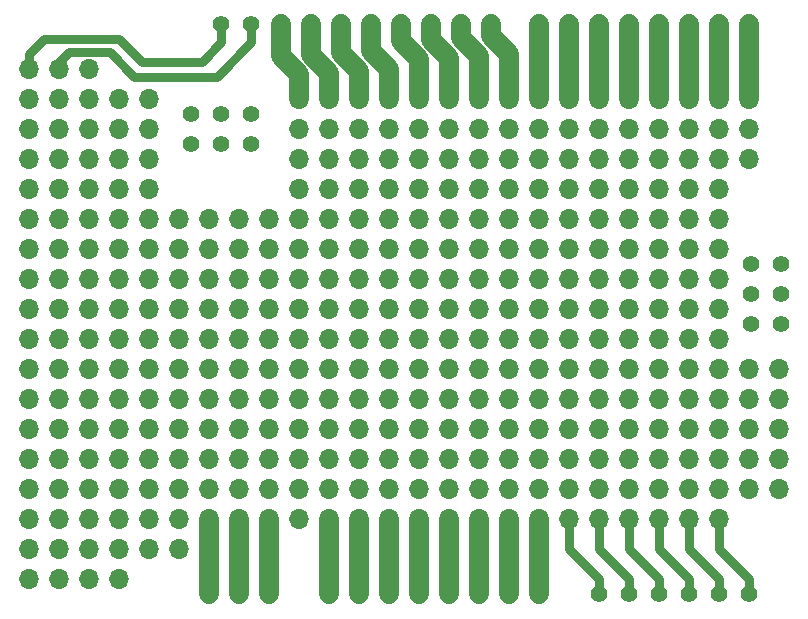
<source format=gbr>
%TF.GenerationSoftware,KiCad,Pcbnew,(6.0.10)*%
%TF.CreationDate,2023-07-13T12:22:52-04:00*%
%TF.ProjectId,ArduinoUnoR4Shield,41726475-696e-46f5-956e-6f5234536869,1.0*%
%TF.SameCoordinates,Original*%
%TF.FileFunction,Copper,L1,Top*%
%TF.FilePolarity,Positive*%
%FSLAX46Y46*%
G04 Gerber Fmt 4.6, Leading zero omitted, Abs format (unit mm)*
G04 Created by KiCad (PCBNEW (6.0.10)) date 2023-07-13 12:22:52*
%MOMM*%
%LPD*%
G01*
G04 APERTURE LIST*
%TA.AperFunction,ComponentPad*%
%ADD10O,1.700000X1.700000*%
%TD*%
%TA.AperFunction,ComponentPad*%
%ADD11C,1.422000*%
%TD*%
%TA.AperFunction,Conductor*%
%ADD12C,0.750000*%
%TD*%
%TA.AperFunction,Conductor*%
%ADD13C,1.700000*%
%TD*%
%TA.AperFunction,Conductor*%
%ADD14C,1.000000*%
%TD*%
G04 APERTURE END LIST*
D10*
%TO.P,REF\u002A\u002A,1*%
%TO.N,N/C*%
X109220000Y-90170000D03*
%TO.P,REF\u002A\u002A,2*%
X111760000Y-90170000D03*
%TO.P,REF\u002A\u002A,3*%
X114300000Y-90170000D03*
%TO.P,REF\u002A\u002A,4*%
X116840000Y-90170000D03*
%TO.P,REF\u002A\u002A,5*%
X119380000Y-90170000D03*
%TO.P,REF\u002A\u002A,6*%
X121920000Y-90170000D03*
%TO.P,REF\u002A\u002A,7*%
X124460000Y-90170000D03*
%TO.P,REF\u002A\u002A,8*%
X127000000Y-90170000D03*
%TO.P,REF\u002A\u002A,9*%
X129540000Y-90170000D03*
%TO.P,REF\u002A\u002A,10*%
X132080000Y-90170000D03*
%TO.P,REF\u002A\u002A,11*%
X134620000Y-90170000D03*
%TO.P,REF\u002A\u002A,12*%
X137160000Y-90170000D03*
%TO.P,REF\u002A\u002A,13*%
X139700000Y-90170000D03*
%TO.P,REF\u002A\u002A,14*%
X142240000Y-90170000D03*
%TO.P,REF\u002A\u002A,15*%
X144780000Y-90170000D03*
%TO.P,REF\u002A\u002A,16*%
X147320000Y-90170000D03*
%TO.P,REF\u002A\u002A,17*%
X149860000Y-90170000D03*
%TO.P,REF\u002A\u002A,18*%
X152400000Y-90170000D03*
%TO.P,REF\u002A\u002A,19*%
X154940000Y-90170000D03*
%TO.P,REF\u002A\u002A,20*%
X157480000Y-90170000D03*
%TO.P,REF\u002A\u002A,21*%
X160020000Y-90170000D03*
%TO.P,REF\u002A\u002A,22*%
X162560000Y-90170000D03*
%TO.P,REF\u002A\u002A,23*%
X165100000Y-90170000D03*
%TO.P,REF\u002A\u002A,24*%
X167640000Y-90170000D03*
%TD*%
%TO.P,REF\u002A\u002A,1*%
%TO.N,N/C*%
X109220000Y-97790000D03*
%TO.P,REF\u002A\u002A,2*%
X111760000Y-97790000D03*
%TO.P,REF\u002A\u002A,3*%
X114300000Y-97790000D03*
%TO.P,REF\u002A\u002A,4*%
X116840000Y-97790000D03*
%TO.P,REF\u002A\u002A,5*%
X119380000Y-97790000D03*
%TO.P,REF\u002A\u002A,6*%
X121920000Y-97790000D03*
%TO.P,REF\u002A\u002A,7*%
X124460000Y-97790000D03*
%TO.P,REF\u002A\u002A,8*%
X127000000Y-97790000D03*
%TO.P,REF\u002A\u002A,9*%
X129540000Y-97790000D03*
%TO.P,REF\u002A\u002A,10*%
X132080000Y-97790000D03*
%TO.P,REF\u002A\u002A,11*%
X134620000Y-97790000D03*
%TO.P,REF\u002A\u002A,12*%
X137160000Y-97790000D03*
%TO.P,REF\u002A\u002A,13*%
X139700000Y-97790000D03*
%TO.P,REF\u002A\u002A,14*%
X142240000Y-97790000D03*
%TO.P,REF\u002A\u002A,15*%
X144780000Y-97790000D03*
%TO.P,REF\u002A\u002A,16*%
X147320000Y-97790000D03*
%TO.P,REF\u002A\u002A,17*%
X149860000Y-97790000D03*
%TO.P,REF\u002A\u002A,18*%
X152400000Y-97790000D03*
%TO.P,REF\u002A\u002A,19*%
X154940000Y-97790000D03*
%TO.P,REF\u002A\u002A,20*%
X157480000Y-97790000D03*
%TO.P,REF\u002A\u002A,21*%
X160020000Y-97790000D03*
%TO.P,REF\u002A\u002A,22*%
X162560000Y-97790000D03*
%TO.P,REF\u002A\u002A,23*%
X165100000Y-97790000D03*
%TO.P,REF\u002A\u002A,24*%
X167640000Y-97790000D03*
%TO.P,REF\u002A\u002A,25*%
X170180000Y-97790000D03*
%TO.P,REF\u002A\u002A,26*%
X172720000Y-97790000D03*
%TD*%
D11*
%TO.P,U1,1,OFF*%
%TO.N,unconnected-(U1-Pad1)*%
X124474990Y-116840010D03*
%TO.P,U1,2,GND*%
%TO.N,unconnected-(U1-Pad2)*%
X127014990Y-116840010D03*
%TO.P,U1,3,VRTC*%
%TO.N,unconnected-(U1-Pad3)*%
X129554990Y-116840010D03*
%TD*%
D10*
%TO.P,REF\u002A\u002A,1*%
%TO.N,N/C*%
X109220000Y-77470000D03*
%TO.P,REF\u002A\u002A,2*%
X111760000Y-77470000D03*
%TO.P,REF\u002A\u002A,3*%
X114300000Y-77470000D03*
%TO.P,REF\u002A\u002A,4*%
X116840000Y-77470000D03*
%TO.P,REF\u002A\u002A,5*%
X119380000Y-77470000D03*
%TO.P,REF\u002A\u002A,10*%
X132080000Y-77470000D03*
%TO.P,REF\u002A\u002A,11*%
X134620000Y-77470000D03*
%TO.P,REF\u002A\u002A,12*%
X137160000Y-77470000D03*
%TO.P,REF\u002A\u002A,13*%
X139700000Y-77470000D03*
%TO.P,REF\u002A\u002A,14*%
X142240000Y-77470000D03*
%TO.P,REF\u002A\u002A,15*%
X144780000Y-77470000D03*
%TO.P,REF\u002A\u002A,16*%
X147320000Y-77470000D03*
%TO.P,REF\u002A\u002A,17*%
X149860000Y-77470000D03*
%TO.P,REF\u002A\u002A,18*%
X152400000Y-77470000D03*
%TO.P,REF\u002A\u002A,19*%
X154940000Y-77470000D03*
%TO.P,REF\u002A\u002A,20*%
X157480000Y-77470000D03*
%TO.P,REF\u002A\u002A,21*%
X160020000Y-77470000D03*
%TO.P,REF\u002A\u002A,22*%
X162560000Y-77470000D03*
%TO.P,REF\u002A\u002A,23*%
X165100000Y-77470000D03*
%TO.P,REF\u002A\u002A,24*%
X167640000Y-77470000D03*
%TO.P,REF\u002A\u002A,25*%
X170180000Y-77470000D03*
%TD*%
%TO.P,REF\u002A\u002A,1*%
%TO.N,N/C*%
X109220000Y-85090000D03*
%TO.P,REF\u002A\u002A,2*%
X111760000Y-85090000D03*
%TO.P,REF\u002A\u002A,3*%
X114300000Y-85090000D03*
%TO.P,REF\u002A\u002A,4*%
X116840000Y-85090000D03*
%TO.P,REF\u002A\u002A,5*%
X119380000Y-85090000D03*
%TO.P,REF\u002A\u002A,6*%
X121920000Y-85090000D03*
%TO.P,REF\u002A\u002A,7*%
X124460000Y-85090000D03*
%TO.P,REF\u002A\u002A,8*%
X127000000Y-85090000D03*
%TO.P,REF\u002A\u002A,9*%
X129540000Y-85090000D03*
%TO.P,REF\u002A\u002A,10*%
X132080000Y-85090000D03*
%TO.P,REF\u002A\u002A,11*%
X134620000Y-85090000D03*
%TO.P,REF\u002A\u002A,12*%
X137160000Y-85090000D03*
%TO.P,REF\u002A\u002A,13*%
X139700000Y-85090000D03*
%TO.P,REF\u002A\u002A,14*%
X142240000Y-85090000D03*
%TO.P,REF\u002A\u002A,15*%
X144780000Y-85090000D03*
%TO.P,REF\u002A\u002A,16*%
X147320000Y-85090000D03*
%TO.P,REF\u002A\u002A,17*%
X149860000Y-85090000D03*
%TO.P,REF\u002A\u002A,18*%
X152400000Y-85090000D03*
%TO.P,REF\u002A\u002A,19*%
X154940000Y-85090000D03*
%TO.P,REF\u002A\u002A,20*%
X157480000Y-85090000D03*
%TO.P,REF\u002A\u002A,21*%
X160020000Y-85090000D03*
%TO.P,REF\u002A\u002A,22*%
X162560000Y-85090000D03*
%TO.P,REF\u002A\u002A,23*%
X165100000Y-85090000D03*
%TO.P,REF\u002A\u002A,24*%
X167640000Y-85090000D03*
%TD*%
D11*
%TO.P,U5,1,CIPO*%
%TO.N,unconnected-(U5-Pad1)*%
X170301990Y-88915010D03*
%TO.P,U5,2,+5V*%
%TO.N,unconnected-(U5-Pad2)*%
X172841990Y-88915010D03*
%TO.P,U5,3,SCK*%
%TO.N,unconnected-(U5-Pad3)*%
X170301990Y-91455010D03*
%TO.P,U5,4,COPI*%
%TO.N,unconnected-(U5-Pad4)*%
X172841990Y-91455010D03*
%TO.P,U5,5,RESET*%
%TO.N,unconnected-(U5-Pad5)*%
X170301990Y-93995010D03*
%TO.P,U5,6,GND*%
%TO.N,unconnected-(U5-Pad6)*%
X172841990Y-93995010D03*
%TD*%
D10*
%TO.P,REF\u002A\u002A,1*%
%TO.N,N/C*%
X109220000Y-102870000D03*
%TO.P,REF\u002A\u002A,2*%
X111760000Y-102870000D03*
%TO.P,REF\u002A\u002A,3*%
X114300000Y-102870000D03*
%TO.P,REF\u002A\u002A,4*%
X116840000Y-102870000D03*
%TO.P,REF\u002A\u002A,5*%
X119380000Y-102870000D03*
%TO.P,REF\u002A\u002A,6*%
X121920000Y-102870000D03*
%TO.P,REF\u002A\u002A,7*%
X124460000Y-102870000D03*
%TO.P,REF\u002A\u002A,8*%
X127000000Y-102870000D03*
%TO.P,REF\u002A\u002A,9*%
X129540000Y-102870000D03*
%TO.P,REF\u002A\u002A,10*%
X132080000Y-102870000D03*
%TO.P,REF\u002A\u002A,11*%
X134620000Y-102870000D03*
%TO.P,REF\u002A\u002A,12*%
X137160000Y-102870000D03*
%TO.P,REF\u002A\u002A,13*%
X139700000Y-102870000D03*
%TO.P,REF\u002A\u002A,14*%
X142240000Y-102870000D03*
%TO.P,REF\u002A\u002A,15*%
X144780000Y-102870000D03*
%TO.P,REF\u002A\u002A,16*%
X147320000Y-102870000D03*
%TO.P,REF\u002A\u002A,17*%
X149860000Y-102870000D03*
%TO.P,REF\u002A\u002A,18*%
X152400000Y-102870000D03*
%TO.P,REF\u002A\u002A,19*%
X154940000Y-102870000D03*
%TO.P,REF\u002A\u002A,20*%
X157480000Y-102870000D03*
%TO.P,REF\u002A\u002A,21*%
X160020000Y-102870000D03*
%TO.P,REF\u002A\u002A,22*%
X162560000Y-102870000D03*
%TO.P,REF\u002A\u002A,23*%
X165100000Y-102870000D03*
%TO.P,REF\u002A\u002A,24*%
X167640000Y-102870000D03*
%TO.P,REF\u002A\u002A,25*%
X170180000Y-102870000D03*
%TO.P,REF\u002A\u002A,26*%
X172720000Y-102870000D03*
%TD*%
%TO.P,REF\u002A\u002A,1*%
%TO.N,N/C*%
X109220000Y-113030000D03*
%TO.P,REF\u002A\u002A,2*%
X111760000Y-113030000D03*
%TO.P,REF\u002A\u002A,3*%
X114300000Y-113030000D03*
%TO.P,REF\u002A\u002A,4*%
X116840000Y-113030000D03*
%TO.P,REF\u002A\u002A,5*%
X119380000Y-113030000D03*
%TO.P,REF\u002A\u002A,6*%
X121920000Y-113030000D03*
%TD*%
%TO.P,REF\u002A\u002A,1*%
%TO.N,N/C*%
X109220000Y-115570000D03*
%TO.P,REF\u002A\u002A,2*%
X111760000Y-115570000D03*
%TO.P,REF\u002A\u002A,3*%
X114300000Y-115570000D03*
%TO.P,REF\u002A\u002A,4*%
X116840000Y-115570000D03*
%TD*%
%TO.P,REF\u002A\u002A,1*%
%TO.N,N/C*%
X109220000Y-100330000D03*
%TO.P,REF\u002A\u002A,2*%
X111760000Y-100330000D03*
%TO.P,REF\u002A\u002A,3*%
X114300000Y-100330000D03*
%TO.P,REF\u002A\u002A,4*%
X116840000Y-100330000D03*
%TO.P,REF\u002A\u002A,5*%
X119380000Y-100330000D03*
%TO.P,REF\u002A\u002A,6*%
X121920000Y-100330000D03*
%TO.P,REF\u002A\u002A,7*%
X124460000Y-100330000D03*
%TO.P,REF\u002A\u002A,8*%
X127000000Y-100330000D03*
%TO.P,REF\u002A\u002A,9*%
X129540000Y-100330000D03*
%TO.P,REF\u002A\u002A,10*%
X132080000Y-100330000D03*
%TO.P,REF\u002A\u002A,11*%
X134620000Y-100330000D03*
%TO.P,REF\u002A\u002A,12*%
X137160000Y-100330000D03*
%TO.P,REF\u002A\u002A,13*%
X139700000Y-100330000D03*
%TO.P,REF\u002A\u002A,14*%
X142240000Y-100330000D03*
%TO.P,REF\u002A\u002A,15*%
X144780000Y-100330000D03*
%TO.P,REF\u002A\u002A,16*%
X147320000Y-100330000D03*
%TO.P,REF\u002A\u002A,17*%
X149860000Y-100330000D03*
%TO.P,REF\u002A\u002A,18*%
X152400000Y-100330000D03*
%TO.P,REF\u002A\u002A,19*%
X154940000Y-100330000D03*
%TO.P,REF\u002A\u002A,20*%
X157480000Y-100330000D03*
%TO.P,REF\u002A\u002A,21*%
X160020000Y-100330000D03*
%TO.P,REF\u002A\u002A,22*%
X162560000Y-100330000D03*
%TO.P,REF\u002A\u002A,23*%
X165100000Y-100330000D03*
%TO.P,REF\u002A\u002A,24*%
X167640000Y-100330000D03*
%TO.P,REF\u002A\u002A,25*%
X170180000Y-100330000D03*
%TO.P,REF\u002A\u002A,26*%
X172720000Y-100330000D03*
%TD*%
%TO.P,REF\u002A\u002A,1*%
%TO.N,N/C*%
X109220000Y-105410000D03*
%TO.P,REF\u002A\u002A,2*%
X111760000Y-105410000D03*
%TO.P,REF\u002A\u002A,3*%
X114300000Y-105410000D03*
%TO.P,REF\u002A\u002A,4*%
X116840000Y-105410000D03*
%TO.P,REF\u002A\u002A,5*%
X119380000Y-105410000D03*
%TO.P,REF\u002A\u002A,6*%
X121920000Y-105410000D03*
%TO.P,REF\u002A\u002A,7*%
X124460000Y-105410000D03*
%TO.P,REF\u002A\u002A,8*%
X127000000Y-105410000D03*
%TO.P,REF\u002A\u002A,9*%
X129540000Y-105410000D03*
%TO.P,REF\u002A\u002A,10*%
X132080000Y-105410000D03*
%TO.P,REF\u002A\u002A,11*%
X134620000Y-105410000D03*
%TO.P,REF\u002A\u002A,12*%
X137160000Y-105410000D03*
%TO.P,REF\u002A\u002A,13*%
X139700000Y-105410000D03*
%TO.P,REF\u002A\u002A,14*%
X142240000Y-105410000D03*
%TO.P,REF\u002A\u002A,15*%
X144780000Y-105410000D03*
%TO.P,REF\u002A\u002A,16*%
X147320000Y-105410000D03*
%TO.P,REF\u002A\u002A,17*%
X149860000Y-105410000D03*
%TO.P,REF\u002A\u002A,18*%
X152400000Y-105410000D03*
%TO.P,REF\u002A\u002A,19*%
X154940000Y-105410000D03*
%TO.P,REF\u002A\u002A,20*%
X157480000Y-105410000D03*
%TO.P,REF\u002A\u002A,21*%
X160020000Y-105410000D03*
%TO.P,REF\u002A\u002A,22*%
X162560000Y-105410000D03*
%TO.P,REF\u002A\u002A,23*%
X165100000Y-105410000D03*
%TO.P,REF\u002A\u002A,24*%
X167640000Y-105410000D03*
%TO.P,REF\u002A\u002A,25*%
X170180000Y-105410000D03*
%TO.P,REF\u002A\u002A,26*%
X172720000Y-105410000D03*
%TD*%
%TO.P,REF\u002A\u002A,1*%
%TO.N,N/C*%
X109220000Y-87630000D03*
%TO.P,REF\u002A\u002A,2*%
X111760000Y-87630000D03*
%TO.P,REF\u002A\u002A,3*%
X114300000Y-87630000D03*
%TO.P,REF\u002A\u002A,4*%
X116840000Y-87630000D03*
%TO.P,REF\u002A\u002A,5*%
X119380000Y-87630000D03*
%TO.P,REF\u002A\u002A,6*%
X121920000Y-87630000D03*
%TO.P,REF\u002A\u002A,7*%
X124460000Y-87630000D03*
%TO.P,REF\u002A\u002A,8*%
X127000000Y-87630000D03*
%TO.P,REF\u002A\u002A,9*%
X129540000Y-87630000D03*
%TO.P,REF\u002A\u002A,10*%
X132080000Y-87630000D03*
%TO.P,REF\u002A\u002A,11*%
X134620000Y-87630000D03*
%TO.P,REF\u002A\u002A,12*%
X137160000Y-87630000D03*
%TO.P,REF\u002A\u002A,13*%
X139700000Y-87630000D03*
%TO.P,REF\u002A\u002A,14*%
X142240000Y-87630000D03*
%TO.P,REF\u002A\u002A,15*%
X144780000Y-87630000D03*
%TO.P,REF\u002A\u002A,16*%
X147320000Y-87630000D03*
%TO.P,REF\u002A\u002A,17*%
X149860000Y-87630000D03*
%TO.P,REF\u002A\u002A,18*%
X152400000Y-87630000D03*
%TO.P,REF\u002A\u002A,19*%
X154940000Y-87630000D03*
%TO.P,REF\u002A\u002A,20*%
X157480000Y-87630000D03*
%TO.P,REF\u002A\u002A,21*%
X160020000Y-87630000D03*
%TO.P,REF\u002A\u002A,22*%
X162560000Y-87630000D03*
%TO.P,REF\u002A\u002A,23*%
X165100000Y-87630000D03*
%TO.P,REF\u002A\u002A,24*%
X167640000Y-87630000D03*
%TD*%
%TO.P,REF\u002A\u002A,1*%
%TO.N,N/C*%
X109220000Y-92710000D03*
%TO.P,REF\u002A\u002A,2*%
X111760000Y-92710000D03*
%TO.P,REF\u002A\u002A,3*%
X114300000Y-92710000D03*
%TO.P,REF\u002A\u002A,4*%
X116840000Y-92710000D03*
%TO.P,REF\u002A\u002A,5*%
X119380000Y-92710000D03*
%TO.P,REF\u002A\u002A,6*%
X121920000Y-92710000D03*
%TO.P,REF\u002A\u002A,7*%
X124460000Y-92710000D03*
%TO.P,REF\u002A\u002A,8*%
X127000000Y-92710000D03*
%TO.P,REF\u002A\u002A,9*%
X129540000Y-92710000D03*
%TO.P,REF\u002A\u002A,10*%
X132080000Y-92710000D03*
%TO.P,REF\u002A\u002A,11*%
X134620000Y-92710000D03*
%TO.P,REF\u002A\u002A,12*%
X137160000Y-92710000D03*
%TO.P,REF\u002A\u002A,13*%
X139700000Y-92710000D03*
%TO.P,REF\u002A\u002A,14*%
X142240000Y-92710000D03*
%TO.P,REF\u002A\u002A,15*%
X144780000Y-92710000D03*
%TO.P,REF\u002A\u002A,16*%
X147320000Y-92710000D03*
%TO.P,REF\u002A\u002A,17*%
X149860000Y-92710000D03*
%TO.P,REF\u002A\u002A,18*%
X152400000Y-92710000D03*
%TO.P,REF\u002A\u002A,19*%
X154940000Y-92710000D03*
%TO.P,REF\u002A\u002A,20*%
X157480000Y-92710000D03*
%TO.P,REF\u002A\u002A,21*%
X160020000Y-92710000D03*
%TO.P,REF\u002A\u002A,22*%
X162560000Y-92710000D03*
%TO.P,REF\u002A\u002A,23*%
X165100000Y-92710000D03*
%TO.P,REF\u002A\u002A,24*%
X167640000Y-92710000D03*
%TD*%
%TO.P,REF\u002A\u002A,1*%
%TO.N,unconnected-(U6-Pad1)*%
X109220000Y-72390000D03*
%TO.P,REF\u002A\u002A,2*%
%TO.N,unconnected-(U6-Pad2)*%
X111760000Y-72390000D03*
%TO.P,REF\u002A\u002A,3*%
%TO.N,N/C*%
X114300000Y-72390000D03*
%TD*%
%TO.P,REF\u002A\u002A,1*%
%TO.N,N/C*%
X109220000Y-110490000D03*
%TO.P,REF\u002A\u002A,2*%
X111760000Y-110490000D03*
%TO.P,REF\u002A\u002A,3*%
X114300000Y-110490000D03*
%TO.P,REF\u002A\u002A,4*%
X116840000Y-110490000D03*
%TO.P,REF\u002A\u002A,5*%
X119380000Y-110490000D03*
%TO.P,REF\u002A\u002A,6*%
X121920000Y-110490000D03*
%TO.P,REF\u002A\u002A,7*%
%TO.N,unconnected-(U1-Pad1)*%
X124460000Y-110490000D03*
%TO.P,REF\u002A\u002A,8*%
%TO.N,unconnected-(U1-Pad2)*%
X127000000Y-110490000D03*
%TO.P,REF\u002A\u002A,9*%
%TO.N,unconnected-(U1-Pad3)*%
X129540000Y-110490000D03*
%TO.P,REF\u002A\u002A,10*%
%TO.N,N/C*%
X132080000Y-110490000D03*
%TO.P,REF\u002A\u002A,11*%
%TO.N,unconnected-(U2-Pad1)*%
X134620000Y-110490000D03*
%TO.P,REF\u002A\u002A,12*%
%TO.N,unconnected-(U2-Pad2)*%
X137160000Y-110490000D03*
%TO.P,REF\u002A\u002A,13*%
%TO.N,unconnected-(U2-Pad3)*%
X139700000Y-110490000D03*
%TO.P,REF\u002A\u002A,14*%
%TO.N,unconnected-(U2-Pad4)*%
X142240000Y-110490000D03*
%TO.P,REF\u002A\u002A,15*%
%TO.N,unconnected-(U2-Pad5)*%
X144780000Y-110490000D03*
%TO.P,REF\u002A\u002A,16*%
%TO.N,unconnected-(U2-Pad6)*%
X147320000Y-110490000D03*
%TO.P,REF\u002A\u002A,17*%
%TO.N,unconnected-(U2-Pad7)*%
X149860000Y-110490000D03*
%TO.P,REF\u002A\u002A,18*%
%TO.N,unconnected-(U2-Pad8)*%
X152400000Y-110490000D03*
%TO.P,REF\u002A\u002A,19*%
%TO.N,unconnected-(U3-Pad9)*%
X154940000Y-110490000D03*
%TO.P,REF\u002A\u002A,20*%
%TO.N,unconnected-(U3-Pad10)*%
X157480000Y-110490000D03*
%TO.P,REF\u002A\u002A,21*%
%TO.N,unconnected-(U3-Pad11)*%
X160020000Y-110490000D03*
%TO.P,REF\u002A\u002A,22*%
%TO.N,unconnected-(U3-Pad12)*%
X162560000Y-110490000D03*
%TO.P,REF\u002A\u002A,23*%
%TO.N,unconnected-(U3-Pad13)*%
X165100000Y-110490000D03*
%TO.P,REF\u002A\u002A,24*%
%TO.N,unconnected-(U3-Pad14)*%
X167640000Y-110490000D03*
%TD*%
D11*
%TO.P,U7,11,D7*%
%TO.N,unconnected-(U7-Pad11)*%
X152399990Y-68580010D03*
%TO.P,U7,12,~D6*%
%TO.N,unconnected-(U7-Pad12)*%
X154939990Y-68580010D03*
%TO.P,U7,13,~D5*%
%TO.N,unconnected-(U7-Pad13)*%
X157479990Y-68580010D03*
%TO.P,U7,14,D4*%
%TO.N,unconnected-(U7-Pad14)*%
X160019990Y-68580010D03*
%TO.P,U7,15,~D3*%
%TO.N,unconnected-(U7-Pad15)*%
X162559990Y-68580010D03*
%TO.P,U7,16,D2*%
%TO.N,unconnected-(U7-Pad16)*%
X165099990Y-68580010D03*
%TO.P,U7,17,D1/TX0*%
%TO.N,unconnected-(U7-Pad17)*%
X167639990Y-68580010D03*
%TO.P,U7,18,D0/RX0*%
%TO.N,unconnected-(U7-Pad18)*%
X170179990Y-68580010D03*
%TD*%
D10*
%TO.P,REF\u002A\u002A,1*%
%TO.N,N/C*%
X109220000Y-107950000D03*
%TO.P,REF\u002A\u002A,2*%
X111760000Y-107950000D03*
%TO.P,REF\u002A\u002A,3*%
X114300000Y-107950000D03*
%TO.P,REF\u002A\u002A,4*%
X116840000Y-107950000D03*
%TO.P,REF\u002A\u002A,5*%
X119380000Y-107950000D03*
%TO.P,REF\u002A\u002A,6*%
X121920000Y-107950000D03*
%TO.P,REF\u002A\u002A,7*%
X124460000Y-107950000D03*
%TO.P,REF\u002A\u002A,8*%
X127000000Y-107950000D03*
%TO.P,REF\u002A\u002A,9*%
X129540000Y-107950000D03*
%TO.P,REF\u002A\u002A,10*%
X132080000Y-107950000D03*
%TO.P,REF\u002A\u002A,11*%
X134620000Y-107950000D03*
%TO.P,REF\u002A\u002A,12*%
X137160000Y-107950000D03*
%TO.P,REF\u002A\u002A,13*%
X139700000Y-107950000D03*
%TO.P,REF\u002A\u002A,14*%
X142240000Y-107950000D03*
%TO.P,REF\u002A\u002A,15*%
X144780000Y-107950000D03*
%TO.P,REF\u002A\u002A,16*%
X147320000Y-107950000D03*
%TO.P,REF\u002A\u002A,17*%
X149860000Y-107950000D03*
%TO.P,REF\u002A\u002A,18*%
X152400000Y-107950000D03*
%TO.P,REF\u002A\u002A,19*%
X154940000Y-107950000D03*
%TO.P,REF\u002A\u002A,20*%
X157480000Y-107950000D03*
%TO.P,REF\u002A\u002A,21*%
X160020000Y-107950000D03*
%TO.P,REF\u002A\u002A,22*%
X162560000Y-107950000D03*
%TO.P,REF\u002A\u002A,23*%
X165100000Y-107950000D03*
%TO.P,REF\u002A\u002A,24*%
X167640000Y-107950000D03*
%TO.P,REF\u002A\u002A,25*%
X170180000Y-107950000D03*
%TO.P,REF\u002A\u002A,26*%
X172720000Y-107950000D03*
%TD*%
D11*
%TO.P,U6,1,SCL*%
%TO.N,unconnected-(U6-Pad1)*%
X125476000Y-68580000D03*
%TO.P,U6,2,SDA*%
%TO.N,unconnected-(U6-Pad2)*%
X128016000Y-68580000D03*
%TO.P,U6,3,AREF*%
%TO.N,unconnected-(U6-Pad3)*%
X130556000Y-68580000D03*
%TO.P,U6,4,GND*%
%TO.N,unconnected-(U6-Pad4)*%
X133096000Y-68580000D03*
%TO.P,U6,5,D13/SCK/CANRX0*%
%TO.N,unconnected-(U6-Pad5)*%
X135636000Y-68580000D03*
%TO.P,U6,6,D12/CIPO*%
%TO.N,unconnected-(U6-Pad6)*%
X138176000Y-68580000D03*
%TO.P,U6,7,~D11/COPI*%
%TO.N,unconnected-(U6-Pad7)*%
X140716000Y-68580000D03*
%TO.P,U6,8,~D10/CS/CANTX0*%
%TO.N,unconnected-(U6-Pad8)*%
X143256000Y-68580000D03*
%TO.P,U6,9,~D9*%
%TO.N,unconnected-(U6-Pad9)*%
X145796000Y-68580000D03*
%TO.P,U6,10,D8*%
%TO.N,unconnected-(U6-Pad10)*%
X148336000Y-68580000D03*
%TD*%
D10*
%TO.P,REF\u002A\u002A,1*%
%TO.N,N/C*%
X109220000Y-95250000D03*
%TO.P,REF\u002A\u002A,2*%
X111760000Y-95250000D03*
%TO.P,REF\u002A\u002A,3*%
X114300000Y-95250000D03*
%TO.P,REF\u002A\u002A,4*%
X116840000Y-95250000D03*
%TO.P,REF\u002A\u002A,5*%
X119380000Y-95250000D03*
%TO.P,REF\u002A\u002A,6*%
X121920000Y-95250000D03*
%TO.P,REF\u002A\u002A,7*%
X124460000Y-95250000D03*
%TO.P,REF\u002A\u002A,8*%
X127000000Y-95250000D03*
%TO.P,REF\u002A\u002A,9*%
X129540000Y-95250000D03*
%TO.P,REF\u002A\u002A,10*%
X132080000Y-95250000D03*
%TO.P,REF\u002A\u002A,11*%
X134620000Y-95250000D03*
%TO.P,REF\u002A\u002A,12*%
X137160000Y-95250000D03*
%TO.P,REF\u002A\u002A,13*%
X139700000Y-95250000D03*
%TO.P,REF\u002A\u002A,14*%
X142240000Y-95250000D03*
%TO.P,REF\u002A\u002A,15*%
X144780000Y-95250000D03*
%TO.P,REF\u002A\u002A,16*%
X147320000Y-95250000D03*
%TO.P,REF\u002A\u002A,17*%
X149860000Y-95250000D03*
%TO.P,REF\u002A\u002A,18*%
X152400000Y-95250000D03*
%TO.P,REF\u002A\u002A,19*%
X154940000Y-95250000D03*
%TO.P,REF\u002A\u002A,20*%
X157480000Y-95250000D03*
%TO.P,REF\u002A\u002A,21*%
X160020000Y-95250000D03*
%TO.P,REF\u002A\u002A,22*%
X162560000Y-95250000D03*
%TO.P,REF\u002A\u002A,23*%
X165100000Y-95250000D03*
%TO.P,REF\u002A\u002A,24*%
X167640000Y-95250000D03*
%TD*%
%TO.P,REF\u002A\u002A,1*%
%TO.N,N/C*%
X109220000Y-80010000D03*
%TO.P,REF\u002A\u002A,2*%
X111760000Y-80010000D03*
%TO.P,REF\u002A\u002A,3*%
X114300000Y-80010000D03*
%TO.P,REF\u002A\u002A,4*%
X116840000Y-80010000D03*
%TO.P,REF\u002A\u002A,5*%
X119380000Y-80010000D03*
%TO.P,REF\u002A\u002A,10*%
X132080000Y-80010000D03*
%TO.P,REF\u002A\u002A,11*%
X134620000Y-80010000D03*
%TO.P,REF\u002A\u002A,12*%
X137160000Y-80010000D03*
%TO.P,REF\u002A\u002A,13*%
X139700000Y-80010000D03*
%TO.P,REF\u002A\u002A,14*%
X142240000Y-80010000D03*
%TO.P,REF\u002A\u002A,15*%
X144780000Y-80010000D03*
%TO.P,REF\u002A\u002A,16*%
X147320000Y-80010000D03*
%TO.P,REF\u002A\u002A,17*%
X149860000Y-80010000D03*
%TO.P,REF\u002A\u002A,18*%
X152400000Y-80010000D03*
%TO.P,REF\u002A\u002A,19*%
X154940000Y-80010000D03*
%TO.P,REF\u002A\u002A,20*%
X157480000Y-80010000D03*
%TO.P,REF\u002A\u002A,21*%
X160020000Y-80010000D03*
%TO.P,REF\u002A\u002A,22*%
X162560000Y-80010000D03*
%TO.P,REF\u002A\u002A,23*%
X165100000Y-80010000D03*
%TO.P,REF\u002A\u002A,24*%
X167640000Y-80010000D03*
%TO.P,REF\u002A\u002A,25*%
X170180000Y-80010000D03*
%TD*%
D11*
%TO.P,U3,9,A0*%
%TO.N,unconnected-(U3-Pad9)*%
X157480000Y-116840000D03*
%TO.P,U3,10,A1*%
%TO.N,unconnected-(U3-Pad10)*%
X160020000Y-116840000D03*
%TO.P,U3,11,A2*%
%TO.N,unconnected-(U3-Pad11)*%
X162560000Y-116840000D03*
%TO.P,U3,12,A3*%
%TO.N,unconnected-(U3-Pad12)*%
X165100000Y-116840000D03*
%TO.P,U3,13,A4*%
%TO.N,unconnected-(U3-Pad13)*%
X167640000Y-116840000D03*
%TO.P,U3,14,A5*%
%TO.N,unconnected-(U3-Pad14)*%
X170180000Y-116840000D03*
%TD*%
%TO.P,U2,1,BOOT*%
%TO.N,unconnected-(U2-Pad1)*%
X134620000Y-116840000D03*
%TO.P,U2,2,IOREF*%
%TO.N,unconnected-(U2-Pad2)*%
X137160000Y-116840000D03*
%TO.P,U2,3,Reset*%
%TO.N,unconnected-(U2-Pad3)*%
X139700000Y-116840000D03*
%TO.P,U2,4,+3V3*%
%TO.N,unconnected-(U2-Pad4)*%
X142240000Y-116840000D03*
%TO.P,U2,5,+5V*%
%TO.N,unconnected-(U2-Pad5)*%
X144780000Y-116840000D03*
%TO.P,U2,6,GND*%
%TO.N,unconnected-(U2-Pad6)*%
X147320000Y-116840000D03*
%TO.P,U2,7,GND*%
%TO.N,unconnected-(U2-Pad7)*%
X149860000Y-116840000D03*
%TO.P,U2,8,VIN*%
%TO.N,unconnected-(U2-Pad8)*%
X152400000Y-116840000D03*
%TD*%
D10*
%TO.P,REF\u002A\u002A,1*%
%TO.N,N/C*%
X109220000Y-74930000D03*
%TO.P,REF\u002A\u002A,2*%
X111760000Y-74930000D03*
%TO.P,REF\u002A\u002A,3*%
X114300000Y-74930000D03*
%TO.P,REF\u002A\u002A,4*%
X116840000Y-74930000D03*
%TO.P,REF\u002A\u002A,5*%
X119380000Y-74930000D03*
%TO.P,REF\u002A\u002A,10*%
%TO.N,unconnected-(U6-Pad3)*%
X132080000Y-74930000D03*
%TO.P,REF\u002A\u002A,11*%
%TO.N,unconnected-(U6-Pad4)*%
X134620000Y-74930000D03*
%TO.P,REF\u002A\u002A,12*%
%TO.N,unconnected-(U6-Pad5)*%
X137160000Y-74930000D03*
%TO.P,REF\u002A\u002A,13*%
%TO.N,unconnected-(U6-Pad6)*%
X139700000Y-74930000D03*
%TO.P,REF\u002A\u002A,14*%
%TO.N,unconnected-(U6-Pad7)*%
X142240000Y-74930000D03*
%TO.P,REF\u002A\u002A,15*%
%TO.N,unconnected-(U6-Pad8)*%
X144780000Y-74930000D03*
%TO.P,REF\u002A\u002A,16*%
%TO.N,unconnected-(U6-Pad9)*%
X147320000Y-74930000D03*
%TO.P,REF\u002A\u002A,17*%
%TO.N,unconnected-(U6-Pad10)*%
X149860000Y-74930000D03*
%TO.P,REF\u002A\u002A,18*%
%TO.N,unconnected-(U7-Pad11)*%
X152400000Y-74930000D03*
%TO.P,REF\u002A\u002A,19*%
%TO.N,unconnected-(U7-Pad12)*%
X154940000Y-74930000D03*
%TO.P,REF\u002A\u002A,20*%
%TO.N,unconnected-(U7-Pad13)*%
X157480000Y-74930000D03*
%TO.P,REF\u002A\u002A,21*%
%TO.N,unconnected-(U7-Pad14)*%
X160020000Y-74930000D03*
%TO.P,REF\u002A\u002A,22*%
%TO.N,unconnected-(U7-Pad15)*%
X162560000Y-74930000D03*
%TO.P,REF\u002A\u002A,23*%
%TO.N,unconnected-(U7-Pad16)*%
X165100000Y-74930000D03*
%TO.P,REF\u002A\u002A,24*%
%TO.N,unconnected-(U7-Pad17)*%
X167640000Y-74930000D03*
%TO.P,REF\u002A\u002A,25*%
%TO.N,unconnected-(U7-Pad18)*%
X170180000Y-74930000D03*
%TD*%
%TO.P,REF\u002A\u002A,1*%
%TO.N,N/C*%
X109220000Y-82550000D03*
%TO.P,REF\u002A\u002A,2*%
X111760000Y-82550000D03*
%TO.P,REF\u002A\u002A,3*%
X114300000Y-82550000D03*
%TO.P,REF\u002A\u002A,4*%
X116840000Y-82550000D03*
%TO.P,REF\u002A\u002A,5*%
X119380000Y-82550000D03*
%TO.P,REF\u002A\u002A,10*%
X132080000Y-82550000D03*
%TO.P,REF\u002A\u002A,11*%
X134620000Y-82550000D03*
%TO.P,REF\u002A\u002A,12*%
X137160000Y-82550000D03*
%TO.P,REF\u002A\u002A,13*%
X139700000Y-82550000D03*
%TO.P,REF\u002A\u002A,14*%
X142240000Y-82550000D03*
%TO.P,REF\u002A\u002A,15*%
X144780000Y-82550000D03*
%TO.P,REF\u002A\u002A,16*%
X147320000Y-82550000D03*
%TO.P,REF\u002A\u002A,17*%
X149860000Y-82550000D03*
%TO.P,REF\u002A\u002A,18*%
X152400000Y-82550000D03*
%TO.P,REF\u002A\u002A,19*%
X154940000Y-82550000D03*
%TO.P,REF\u002A\u002A,20*%
X157480000Y-82550000D03*
%TO.P,REF\u002A\u002A,21*%
X160020000Y-82550000D03*
%TO.P,REF\u002A\u002A,22*%
X162560000Y-82550000D03*
%TO.P,REF\u002A\u002A,23*%
X165100000Y-82550000D03*
%TO.P,REF\u002A\u002A,24*%
X167640000Y-82550000D03*
%TD*%
D11*
%TO.P,U4,1,GPIO42*%
%TO.N,unconnected-(U4-Pad1)*%
X128016000Y-76149200D03*
%TO.P,U4,2,GPIO41*%
%TO.N,unconnected-(U4-Pad2)*%
X128016000Y-78689200D03*
%TO.P,U4,3,GPIO43/TXD0*%
%TO.N,unconnected-(U4-Pad3)*%
X125476000Y-76149200D03*
%TO.P,U4,4,GPIO0/DOWNLOAD*%
%TO.N,unconnected-(U4-Pad4)*%
X125476000Y-78689200D03*
%TO.P,U4,5,GPIO44/RXD0*%
%TO.N,unconnected-(U4-Pad5)*%
X122936000Y-76149200D03*
%TO.P,U4,6,GND*%
%TO.N,unconnected-(U4-Pad6)*%
X122936000Y-78689200D03*
%TD*%
D12*
%TO.N,unconnected-(U6-Pad2)*%
X111760000Y-71755000D02*
X111760000Y-72390000D01*
X112550000Y-70965000D02*
X111760000Y-71755000D01*
X116050000Y-70965000D02*
X112550000Y-70965000D01*
X118110000Y-73025000D02*
X116050000Y-70965000D01*
X125095000Y-73025000D02*
X118110000Y-73025000D01*
X128016000Y-70104000D02*
X125095000Y-73025000D01*
X128016000Y-68580000D02*
X128016000Y-70104000D01*
%TO.N,unconnected-(U6-Pad1)*%
X109220000Y-71120000D02*
X109220000Y-72390000D01*
X110490000Y-69850000D02*
X109220000Y-71120000D01*
X116840000Y-69850000D02*
X110490000Y-69850000D01*
X118745000Y-71755000D02*
X116840000Y-69850000D01*
X123825000Y-71755000D02*
X118745000Y-71755000D01*
X125476000Y-70104000D02*
X123825000Y-71755000D01*
X125476000Y-68580000D02*
X125476000Y-70104000D01*
%TO.N,unconnected-(U3-Pad9)*%
X154940000Y-113030000D02*
X154940000Y-110490000D01*
X157480000Y-115570000D02*
X154940000Y-113030000D01*
X157480000Y-116840000D02*
X157480000Y-115570000D01*
%TO.N,unconnected-(U3-Pad10)*%
X157480000Y-113030000D02*
X157480000Y-110490000D01*
X160020000Y-115570000D02*
X157480000Y-113030000D01*
X160020000Y-116840000D02*
X160020000Y-115570000D01*
%TO.N,unconnected-(U3-Pad11)*%
X160020000Y-113030000D02*
X160020000Y-110490000D01*
X162560000Y-115570000D02*
X160020000Y-113030000D01*
X162560000Y-116840000D02*
X162560000Y-115570000D01*
%TO.N,unconnected-(U3-Pad12)*%
X162560000Y-113030000D02*
X162560000Y-110490000D01*
X165100000Y-115570000D02*
X162560000Y-113030000D01*
X165100000Y-116840000D02*
X165100000Y-115570000D01*
%TO.N,unconnected-(U3-Pad13)*%
X167640000Y-115570000D02*
X165100000Y-113030000D01*
X167640000Y-116840000D02*
X167640000Y-115570000D01*
X165100000Y-113030000D02*
X165100000Y-110490000D01*
%TO.N,unconnected-(U3-Pad14)*%
X167640000Y-113030000D02*
X167640000Y-110490000D01*
X170180000Y-115570000D02*
X167640000Y-113030000D01*
X170180000Y-116840000D02*
X170180000Y-115570000D01*
D13*
%TO.N,unconnected-(U1-Pad1)*%
X124474990Y-116840010D02*
X124474990Y-110504990D01*
X124474990Y-110504990D02*
X124460000Y-110490000D01*
%TO.N,unconnected-(U1-Pad2)*%
X127000000Y-110490000D02*
X127000000Y-116825020D01*
X127000000Y-116825020D02*
X127014990Y-116840010D01*
%TO.N,unconnected-(U1-Pad3)*%
X129540000Y-116825020D02*
X129554990Y-116840010D01*
X129540000Y-110490000D02*
X129540000Y-116825020D01*
%TO.N,unconnected-(U2-Pad1)*%
X134620000Y-110490000D02*
X134620000Y-116840000D01*
%TO.N,unconnected-(U2-Pad2)*%
X137160000Y-110490000D02*
X137160000Y-116840000D01*
%TO.N,unconnected-(U2-Pad3)*%
X139700000Y-110490000D02*
X139700000Y-116840000D01*
%TO.N,unconnected-(U2-Pad4)*%
X142240000Y-110490000D02*
X142240000Y-116840000D01*
%TO.N,unconnected-(U2-Pad5)*%
X144780000Y-110490000D02*
X144780000Y-116840000D01*
%TO.N,unconnected-(U2-Pad6)*%
X147320000Y-110490000D02*
X147320000Y-116840000D01*
%TO.N,unconnected-(U2-Pad7)*%
X149860000Y-110490000D02*
X149860000Y-116840000D01*
%TO.N,unconnected-(U2-Pad8)*%
X152400000Y-116840000D02*
X152400000Y-110490000D01*
D14*
%TO.N,unconnected-(U6-Pad2)*%
X111760000Y-72136000D02*
X111760000Y-72390000D01*
D13*
%TO.N,unconnected-(U6-Pad3)*%
X130556000Y-68580000D02*
X130556000Y-71307018D01*
X130556000Y-71307018D02*
X132080000Y-72831018D01*
X132080000Y-72831018D02*
X132080000Y-74930000D01*
%TO.N,unconnected-(U6-Pad4)*%
X134620000Y-72684012D02*
X134620000Y-74930000D01*
X133096000Y-71160012D02*
X134620000Y-72684012D01*
X133096000Y-68580000D02*
X133096000Y-71160012D01*
%TO.N,unconnected-(U6-Pad5)*%
X135636000Y-68580000D02*
X135636000Y-71013006D01*
X135636000Y-71013006D02*
X137160000Y-72537006D01*
X137160000Y-72537006D02*
X137160000Y-74930000D01*
%TO.N,unconnected-(U6-Pad6)*%
X139700000Y-74930000D02*
X139700000Y-72390000D01*
X138176000Y-70866000D02*
X138176000Y-68580000D01*
X139700000Y-72390000D02*
X138176000Y-70866000D01*
%TO.N,unconnected-(U6-Pad7)*%
X140716000Y-68580000D02*
X140716000Y-70037018D01*
X140716000Y-70037018D02*
X142240000Y-71561018D01*
X142240000Y-71561018D02*
X142240000Y-74930000D01*
%TO.N,unconnected-(U6-Pad8)*%
X143256000Y-69890012D02*
X144780000Y-71414012D01*
X144780000Y-71414012D02*
X144780000Y-74930000D01*
X143256000Y-68580000D02*
X143256000Y-69890012D01*
%TO.N,unconnected-(U6-Pad9)*%
X145796000Y-69743006D02*
X145796000Y-68580000D01*
X147320000Y-71267006D02*
X145796000Y-69743006D01*
X147320000Y-74930000D02*
X147320000Y-71267006D01*
%TO.N,unconnected-(U6-Pad10)*%
X149860000Y-71120000D02*
X149860000Y-74930000D01*
X148336000Y-68580000D02*
X148336000Y-69596000D01*
X148336000Y-69596000D02*
X149860000Y-71120000D01*
%TO.N,unconnected-(U7-Pad11)*%
X152400000Y-68580020D02*
X152399990Y-68580010D01*
X152400000Y-74930000D02*
X152400000Y-68580020D01*
%TO.N,unconnected-(U7-Pad12)*%
X154939990Y-74929990D02*
X154940000Y-74930000D01*
X154939990Y-68580010D02*
X154939990Y-74929990D01*
%TO.N,unconnected-(U7-Pad13)*%
X157479990Y-68580010D02*
X157479990Y-74929990D01*
X157479990Y-74929990D02*
X157480000Y-74930000D01*
%TO.N,unconnected-(U7-Pad14)*%
X160019990Y-74929990D02*
X160020000Y-74930000D01*
X160019990Y-68580010D02*
X160019990Y-74929990D01*
%TO.N,unconnected-(U7-Pad15)*%
X162559990Y-74929990D02*
X162560000Y-74930000D01*
X162559990Y-68580010D02*
X162559990Y-74929990D01*
%TO.N,unconnected-(U7-Pad16)*%
X165099990Y-74929990D02*
X165100000Y-74930000D01*
X165099990Y-68580010D02*
X165099990Y-74929990D01*
%TO.N,unconnected-(U7-Pad17)*%
X167639990Y-68580010D02*
X167639990Y-74929990D01*
X167639990Y-74929990D02*
X167640000Y-74930000D01*
%TO.N,unconnected-(U7-Pad18)*%
X170179990Y-68580010D02*
X170179990Y-74929990D01*
X170179990Y-74929990D02*
X170180000Y-74930000D01*
%TD*%
M02*

</source>
